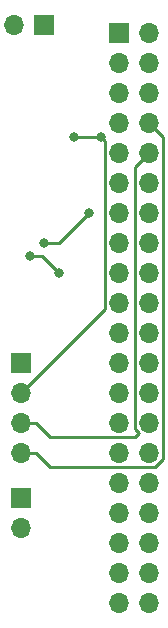
<source format=gbr>
%TF.GenerationSoftware,KiCad,Pcbnew,7.0.10*%
%TF.CreationDate,2024-01-20T20:35:46-05:00*%
%TF.ProjectId,zuul,7a75756c-2e6b-4696-9361-645f70636258,rev?*%
%TF.SameCoordinates,Original*%
%TF.FileFunction,Copper,L2,Bot*%
%TF.FilePolarity,Positive*%
%FSLAX46Y46*%
G04 Gerber Fmt 4.6, Leading zero omitted, Abs format (unit mm)*
G04 Created by KiCad (PCBNEW 7.0.10) date 2024-01-20 20:35:46*
%MOMM*%
%LPD*%
G01*
G04 APERTURE LIST*
%TA.AperFunction,ComponentPad*%
%ADD10R,1.700000X1.700000*%
%TD*%
%TA.AperFunction,ComponentPad*%
%ADD11O,1.700000X1.700000*%
%TD*%
%TA.AperFunction,ViaPad*%
%ADD12C,0.800000*%
%TD*%
%TA.AperFunction,Conductor*%
%ADD13C,0.250000*%
%TD*%
G04 APERTURE END LIST*
D10*
%TO.P,J3,1,Pin_1*%
%TO.N,GND*%
X32315000Y-58420000D03*
D11*
%TO.P,J3,2,Pin_2*%
%TO.N,VCC*%
X32315000Y-60960000D03*
%TO.P,J3,3,Pin_3*%
%TO.N,/RXD*%
X32315000Y-63500000D03*
%TO.P,J3,4,Pin_4*%
%TO.N,/TXD*%
X32315000Y-66040000D03*
%TD*%
D10*
%TO.P,J2,1,Pin_1*%
%TO.N,/MOTOR_F_OUT*%
X34295000Y-29775000D03*
D11*
%TO.P,J2,2,Pin_2*%
%TO.N,/MOTOR_R_OUT*%
X31755000Y-29775000D03*
%TD*%
D10*
%TO.P,J4,1,Pin_1*%
%TO.N,GND*%
X32315000Y-69845000D03*
D11*
%TO.P,J4,2,Pin_2*%
%TO.N,/LED_GPIO*%
X32315000Y-72385000D03*
%TD*%
D10*
%TO.P,J1,1,3V3*%
%TO.N,unconnected-(J1-3V3-Pad1)*%
X40640000Y-30480000D03*
D11*
%TO.P,J1,2,5V*%
%TO.N,VCC*%
X43180000Y-30480000D03*
%TO.P,J1,3,SDA/GPIO2*%
%TO.N,unconnected-(J1-SDA{slash}GPIO2-Pad3)*%
X40640000Y-33020000D03*
%TO.P,J1,4,5V*%
%TO.N,VCC*%
X43180000Y-33020000D03*
%TO.P,J1,5,SCL/GPIO3*%
%TO.N,unconnected-(J1-SCL{slash}GPIO3-Pad5)*%
X40640000Y-35560000D03*
%TO.P,J1,6,GND*%
%TO.N,unconnected-(J1-GND-Pad6)*%
X43180000Y-35560000D03*
%TO.P,J1,7,GCLK0/GPIO4*%
%TO.N,unconnected-(J1-GCLK0{slash}GPIO4-Pad7)*%
X40640000Y-38100000D03*
%TO.P,J1,8,GPIO14/TXD*%
%TO.N,/TXD*%
X43180000Y-38100000D03*
%TO.P,J1,9,GND*%
%TO.N,unconnected-(J1-GND-Pad9)*%
X40640000Y-40640000D03*
%TO.P,J1,10,GPIO15/RXD*%
%TO.N,/RXD*%
X43180000Y-40640000D03*
%TO.P,J1,11,GPIO17*%
%TO.N,unconnected-(J1-GPIO17-Pad11)*%
X40640000Y-43180000D03*
%TO.P,J1,12,GPIO18/PWM0*%
%TO.N,unconnected-(J1-GPIO18{slash}PWM0-Pad12)*%
X43180000Y-43180000D03*
%TO.P,J1,13,GPIO27*%
%TO.N,/MOTOR_BACKWARD*%
X40640000Y-45720000D03*
%TO.P,J1,14,GND*%
%TO.N,unconnected-(J1-GND-Pad14)*%
X43180000Y-45720000D03*
%TO.P,J1,15,GPIO22*%
%TO.N,/MOTOR_FORWARD*%
X40640000Y-48260000D03*
%TO.P,J1,16,GPIO23*%
%TO.N,unconnected-(J1-GPIO23-Pad16)*%
X43180000Y-48260000D03*
%TO.P,J1,17,3V3*%
%TO.N,unconnected-(J1-3V3-Pad17)*%
X40640000Y-50800000D03*
%TO.P,J1,18,GPIO24*%
%TO.N,unconnected-(J1-GPIO24-Pad18)*%
X43180000Y-50800000D03*
%TO.P,J1,19,MOSI0/GPIO10*%
%TO.N,unconnected-(J1-MOSI0{slash}GPIO10-Pad19)*%
X40640000Y-53340000D03*
%TO.P,J1,20,GND*%
%TO.N,GND*%
X43180000Y-53340000D03*
%TO.P,J1,21,MISO0/GPIO9*%
%TO.N,unconnected-(J1-MISO0{slash}GPIO9-Pad21)*%
X40640000Y-55880000D03*
%TO.P,J1,22,GPIO25*%
%TO.N,unconnected-(J1-GPIO25-Pad22)*%
X43180000Y-55880000D03*
%TO.P,J1,23,SCLK0/GPIO11*%
%TO.N,unconnected-(J1-SCLK0{slash}GPIO11-Pad23)*%
X40640000Y-58420000D03*
%TO.P,J1,24,~{CE0}/GPIO8*%
%TO.N,unconnected-(J1-~{CE0}{slash}GPIO8-Pad24)*%
X43180000Y-58420000D03*
%TO.P,J1,25,GND*%
%TO.N,unconnected-(J1-GND-Pad25)*%
X40640000Y-60960000D03*
%TO.P,J1,26,~{CE1}/GPIO7*%
%TO.N,unconnected-(J1-~{CE1}{slash}GPIO7-Pad26)*%
X43180000Y-60960000D03*
%TO.P,J1,27,ID_SD/GPIO0*%
%TO.N,unconnected-(J1-ID_SD{slash}GPIO0-Pad27)*%
X40640000Y-63500000D03*
%TO.P,J1,28,ID_SC/GPIO1*%
%TO.N,unconnected-(J1-ID_SC{slash}GPIO1-Pad28)*%
X43180000Y-63500000D03*
%TO.P,J1,29,GCLK1/GPIO5*%
%TO.N,unconnected-(J1-GCLK1{slash}GPIO5-Pad29)*%
X40640000Y-66040000D03*
%TO.P,J1,30,GND*%
%TO.N,unconnected-(J1-GND-Pad30)*%
X43180000Y-66040000D03*
%TO.P,J1,31,GCLK2/GPIO6*%
%TO.N,/LED_GPIO*%
X40640000Y-68580000D03*
%TO.P,J1,32,PWM0/GPIO12*%
%TO.N,unconnected-(J1-PWM0{slash}GPIO12-Pad32)*%
X43180000Y-68580000D03*
%TO.P,J1,33,PWM1/GPIO13*%
%TO.N,unconnected-(J1-PWM1{slash}GPIO13-Pad33)*%
X40640000Y-71120000D03*
%TO.P,J1,34,GND*%
%TO.N,unconnected-(J1-GND-Pad34)*%
X43180000Y-71120000D03*
%TO.P,J1,35,GPIO19/MISO1*%
%TO.N,unconnected-(J1-GPIO19{slash}MISO1-Pad35)*%
X40640000Y-73660000D03*
%TO.P,J1,36,GPIO16*%
%TO.N,unconnected-(J1-GPIO16-Pad36)*%
X43180000Y-73660000D03*
%TO.P,J1,37,GPIO26*%
%TO.N,unconnected-(J1-GPIO26-Pad37)*%
X40640000Y-76200000D03*
%TO.P,J1,38,GPIO20/MOSI1*%
%TO.N,unconnected-(J1-GPIO20{slash}MOSI1-Pad38)*%
X43180000Y-76200000D03*
%TO.P,J1,39,GND*%
%TO.N,unconnected-(J1-GND-Pad39)*%
X40640000Y-78740000D03*
%TO.P,J1,40,GPIO21/SCLK1*%
%TO.N,unconnected-(J1-GPIO21{slash}SCLK1-Pad40)*%
X43180000Y-78740000D03*
%TD*%
D12*
%TO.N,/MOTOR_FORWARD*%
X35560000Y-50800000D03*
X33079203Y-49349409D03*
%TO.N,/MOTOR_BACKWARD*%
X38100000Y-45720000D03*
X34322476Y-48295587D03*
%TO.N,VCC*%
X39086724Y-39268453D03*
X36834519Y-39251178D03*
%TD*%
D13*
%TO.N,/MOTOR_FORWARD*%
X33079203Y-49349409D02*
X34109409Y-49349409D01*
X34109409Y-49349409D02*
X35560000Y-50800000D01*
%TO.N,/MOTOR_BACKWARD*%
X38100000Y-45720000D02*
X35524413Y-48295587D01*
X35524413Y-48295587D02*
X34322476Y-48295587D01*
%TO.N,VCC*%
X39086724Y-39268453D02*
X36851794Y-39268453D01*
X39465000Y-39646729D02*
X39086724Y-39268453D01*
X32315000Y-60960000D02*
X39465000Y-53810000D01*
X36851794Y-39268453D02*
X36834519Y-39251178D01*
X39465000Y-53810000D02*
X39465000Y-39646729D01*
%TO.N,/TXD*%
X33595000Y-66040000D02*
X34770000Y-67215000D01*
X32315000Y-66040000D02*
X33595000Y-66040000D01*
X44355000Y-39275000D02*
X43180000Y-38100000D01*
X43666701Y-67215000D02*
X44355000Y-66526701D01*
X44355000Y-66526701D02*
X44355000Y-39275000D01*
X34770000Y-67215000D02*
X43666701Y-67215000D01*
%TO.N,/RXD*%
X32315000Y-63500000D02*
X33595000Y-63500000D01*
X42005000Y-63986701D02*
X42005000Y-41815000D01*
X42005000Y-41815000D02*
X43180000Y-40640000D01*
X34770000Y-64675000D02*
X42005000Y-64675000D01*
X33595000Y-63500000D02*
X34770000Y-64675000D01*
X42005000Y-64675000D02*
X42349150Y-64330850D01*
X42349150Y-64330850D02*
X42005000Y-63986701D01*
%TD*%
M02*

</source>
